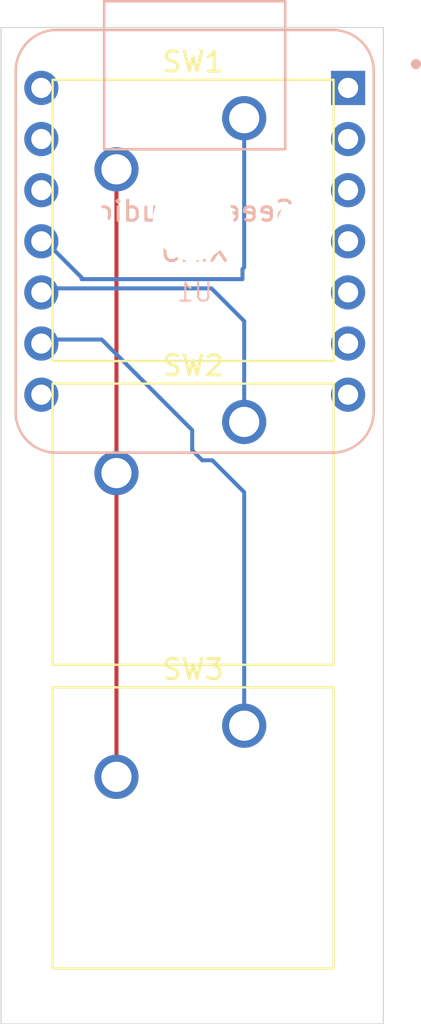
<source format=kicad_pcb>
(kicad_pcb (version 20240108) (generator "pcbnew") (generator_version "8.0")
  (layers (0 "F.Cu" signal) (31 "B.Cu" signal) (34 "B.Paste" user) (35 "F.Paste" user) (36 "B.SilkS" user "B.Silkscreen") (37 "F.SilkS" user "F.Silkscreen") (38 "B.Mask" user) (39 "F.Mask" user) (44 "Edge.Cuts" user))
  (net 0 "")
  (net 1 "Net-(U1-PA6_A10_D10_MOSI)")
  (net 2 "GND")
  (net 3 "Net-(U1-PA5_A9_D9_MISO)")
  (net 4 "Net-(U1-PA7_A8_D8_SCK)")
  (footprint "Button_Switch_Keyboard:SW_Cherry_MX_1.00u_PCB" (layer "F.Cu") (at 115.085 56.005)
    (property "Reference" "SW1" (at -2.54 -2.794 0) (layer "F.SilkS"))
    (property "Value" "SW_Push")
    (fp_line (start -9.525 -1.905) (end 4.445 -1.905) (stroke (width 0.12)) (layer "F.SilkS"))
    (fp_line (start -9.525 12.065) (end -9.525 -1.905) (stroke (width 0.12)) (layer "F.SilkS"))
    (fp_line (start 4.445 -1.905) (end 4.445 12.065) (stroke (width 0.12)) (layer "F.SilkS"))
    (fp_line (start 4.445 12.065) (end -9.525 12.065) (stroke (width 0.12)) (layer "F.SilkS"))
    (pad "" np_thru_hole circle (at -7.62 5.08) (size 1.7 1.7) (drill 1.7) (layers "*.Cu" "*.Mask"))
    (pad "" np_thru_hole circle (at -2.54 5.08) (size 4 4) (drill 4) (layers "*.Cu" "*.Mask"))
    (pad "" np_thru_hole circle (at 2.54 5.08) (size 1.7 1.7) (drill 1.7) (layers "*.Cu" "*.Mask"))
    (pad "1" thru_hole circle (at 0 0) (size 2.2 2.2) (drill 1.5) (layers "*.Cu" "*.Mask") (net 1 "Net-(U1-PA6_A10_D10_MOSI)"))
    (pad "2" thru_hole circle (at -6.35 2.54) (size 2.2 2.2) (drill 1.5) (layers "*.Cu" "*.Mask") (net 2 "GND"))
  )
  (footprint "Button_Switch_Keyboard:SW_Cherry_MX_1.00u_PCB" (layer "F.Cu") (at 115.085 71.095)
    (property "Reference" "SW2" (at -2.54 -2.794 0) (layer "F.SilkS"))
    (property "Value" "SW_Push")
    (fp_line (start -9.525 -1.905) (end 4.445 -1.905) (stroke (width 0.12)) (layer "F.SilkS"))
    (fp_line (start -9.525 12.065) (end -9.525 -1.905) (stroke (width 0.12)) (layer "F.SilkS"))
    (fp_line (start 4.445 -1.905) (end 4.445 12.065) (stroke (width 0.12)) (layer "F.SilkS"))
    (fp_line (start 4.445 12.065) (end -9.525 12.065) (stroke (width 0.12)) (layer "F.SilkS"))
    (pad "" np_thru_hole circle (at -7.62 5.08) (size 1.7 1.7) (drill 1.7) (layers "*.Cu" "*.Mask"))
    (pad "" np_thru_hole circle (at -2.54 5.08) (size 4 4) (drill 4) (layers "*.Cu" "*.Mask"))
    (pad "" np_thru_hole circle (at 2.54 5.08) (size 1.7 1.7) (drill 1.7) (layers "*.Cu" "*.Mask"))
    (pad "1" thru_hole circle (at 0 0) (size 2.2 2.2) (drill 1.5) (layers "*.Cu" "*.Mask") (net 3 "Net-(U1-PA5_A9_D9_MISO)"))
    (pad "2" thru_hole circle (at -6.35 2.54) (size 2.2 2.2) (drill 1.5) (layers "*.Cu" "*.Mask") (net 2 "GND"))
  )
  (footprint "Button_Switch_Keyboard:SW_Cherry_MX_1.00u_PCB" (layer "F.Cu") (at 115.085 86.185)
    (property "Reference" "SW3" (at -2.54 -2.794 0) (layer "F.SilkS"))
    (property "Value" "SW_Push")
    (fp_line (start -9.525 -1.905) (end 4.445 -1.905) (stroke (width 0.12)) (layer "F.SilkS"))
    (fp_line (start -9.525 12.065) (end -9.525 -1.905) (stroke (width 0.12)) (layer "F.SilkS"))
    (fp_line (start 4.445 -1.905) (end 4.445 12.065) (stroke (width 0.12)) (layer "F.SilkS"))
    (fp_line (start 4.445 12.065) (end -9.525 12.065) (stroke (width 0.12)) (layer "F.SilkS"))
    (pad "" np_thru_hole circle (at -7.62 5.08) (size 1.7 1.7) (drill 1.7) (layers "*.Cu" "*.Mask"))
    (pad "" np_thru_hole circle (at -2.54 5.08) (size 4 4) (drill 4) (layers "*.Cu" "*.Mask"))
    (pad "" np_thru_hole circle (at 2.54 5.08) (size 1.7 1.7) (drill 1.7) (layers "*.Cu" "*.Mask"))
    (pad "1" thru_hole circle (at 0 0) (size 2.2 2.2) (drill 1.5) (layers "*.Cu" "*.Mask") (net 4 "Net-(U1-PA7_A8_D8_SCK)"))
    (pad "2" thru_hole circle (at -6.35 2.54) (size 2.2 2.2) (drill 1.5) (layers "*.Cu" "*.Mask") (net 2 "GND"))
  )
  (footprint "Seeed Studio XIAO Series Library:XIAO-Generic-Thruhole-14P-2.54-21X17.8MM" (layer "B.Cu") (at 112.625 62.12 180)
    (property "Reference" "U1" (at 0 -2.54 0) (layer "B.SilkS") (effects (font (size 0.889 0.889) (thickness 0.1016)) (justify mirror)))
    (property "Value" "Seeed Studio XIAO SAMD21" (hide yes))
    (fp_line (start 8.9 8.5) (end 8.9 -8.5) (stroke (width 0.127)) (layer "B.SilkS"))
    (fp_line (start 6.9 -10.5) (end -6.9 -10.5) (stroke (width 0.127)) (layer "B.SilkS"))
    (fp_line (start 4.5 11.92403) (end -4.5 11.92403) (stroke (width 0.127)) (layer "B.SilkS"))
    (fp_line (start 4.5 4.57073) (end 4.5 11.92403) (stroke (width 0.127)) (layer "B.SilkS"))
    (fp_line (start -4.5 11.92403) (end -4.5 4.57073) (stroke (width 0.127)) (layer "B.SilkS"))
    (fp_line (start -4.5 4.57073) (end 4.5 4.57073) (stroke (width 0.127)) (layer "B.SilkS"))
    (fp_line (start -6.9 10.49909) (end 6.9 10.49909) (stroke (width 0.127)) (layer "B.SilkS"))
    (fp_line (start -8.9 -8.5) (end -8.9 8.5) (stroke (width 0.127)) (layer "B.SilkS"))
    (fp_arc (start 8.9 8.5) (mid 8.301492 9.901492) (end 6.9 10.5) (stroke (width 0.12)) (layer "B.SilkS"))
    (fp_arc (start 6.9 -10.5) (mid 8.314214 -9.914214) (end 8.9 -8.5) (stroke (width 0.12)) (layer "B.SilkS"))
    (fp_arc (start -6.9 10.5) (mid -8.301491 9.901491) (end -8.9 8.5) (stroke (width 0.12)) (layer "B.SilkS"))
    (fp_arc (start -8.9 -8.5) (mid -8.301423 -9.901423) (end -6.9 -10.5) (stroke (width 0.12)) (layer "B.SilkS"))
    (fp_circle (center -11 8.8) (end -11 9.054) (fill solid) (layer "B.SilkS"))
    (fp_poly (pts (xy -8.887715 8.561705) (xy -8.884667 8.610473) (xy -8.880603 8.659494)) (stroke (width 0.0254)) (fill none) (layer "B.SilkS"))
    (fp_poly (pts (xy 8.889492 -8.521574) (xy 8.887713 -8.57085) (xy 8.884665 -8.619618) (xy 8.880601 -8.668639) (xy 8.875268 -8.717407) (xy 8.868664 -8.766175) (xy 8.861044 -8.81469) (xy 8.852153 -8.86295) (xy 8.842248 -8.910955)) (stroke (width 0.0254)) (fill none) (layer "B.SilkS"))
    (fp_text user "Seeed Studio" (at 0 1.5 0) (layer "B.SilkS") (effects (justify mirror)))
    (fp_text user "XIAO" (at 0 -0.5 0) (layer "B.SilkS") (effects (justify mirror)))
    (pad "1" thru_hole rect (at -7.625 7.62 180) (size 1.7 1.7) (drill 1) (layers "*.Cu" "*.Mask"))
    (pad "2" thru_hole circle (at -7.625 5.08 180) (size 1.7 1.7) (drill 1) (layers "*.Cu" "*.Mask"))
    (pad "3" thru_hole circle (at -7.625 2.54 180) (size 1.7 1.7) (drill 1) (layers "*.Cu" "*.Mask"))
    (pad "4" thru_hole circle (at -7.625 0 180) (size 1.7 1.7) (drill 1) (layers "*.Cu" "*.Mask"))
    (pad "5" thru_hole circle (at -7.625 -2.54 180) (size 1.7 1.7) (drill 1) (layers "*.Cu" "*.Mask"))
    (pad "6" thru_hole circle (at -7.625 -5.08) (size 1.7 1.7) (drill 1) (layers "*.Cu" "*.Mask"))
    (pad "7" thru_hole circle (at -7.625 -7.62 180) (size 1.7 1.7) (drill 1) (layers "*.Cu" "*.Mask"))
    (pad "8" thru_hole circle (at 7.625 -7.62 180) (size 1.7 1.7) (drill 1) (layers "*.Cu" "*.Mask"))
    (pad "9" thru_hole circle (at 7.625 -5.08 180) (size 1.7 1.7) (drill 1) (layers "*.Cu" "*.Mask") (net 4 "Net-(U1-PA7_A8_D8_SCK)"))
    (pad "10" thru_hole circle (at 7.625 -2.54 180) (size 1.7 1.7) (drill 1) (layers "*.Cu" "*.Mask") (net 3 "Net-(U1-PA5_A9_D9_MISO)"))
    (pad "11" thru_hole circle (at 7.625 0 180) (size 1.7 1.7) (drill 1) (layers "*.Cu" "*.Mask") (net 1 "Net-(U1-PA6_A10_D10_MOSI)"))
    (pad "12" thru_hole circle (at 7.625 2.54 180) (size 1.7 1.7) (drill 1) (layers "*.Cu" "*.Mask"))
    (pad "13" thru_hole circle (at 7.625 5.08 180) (size 1.7 1.7) (drill 1) (layers "*.Cu" "*.Mask") (net 2 "GND"))
    (pad "14" thru_hole circle (at 7.625 7.62 180) (size 1.7 1.7) (drill 1) (layers "*.Cu" "*.Mask"))
  )
  (gr_rect (start 103 51.5) (end 122 101) (stroke (width 0.05)) (fill none) (layer "Edge.Cuts"))
  (segment (start 107 63.92) (end 107 64) (width 0.2) (layer "B.Cu") (net 1))
  (segment (start 107 64) (end 115 64) (width 0.2) (layer "B.Cu") (net 1))
  (segment (start 105 61.92) (end 107 63.92) (width 0.2) (layer "B.Cu") (net 1))
  (segment (start 115.085 63.415) (end 115.085 56.005) (width 0.2) (layer "B.Cu") (net 1))
  (segment (start 115 63.5) (end 115.085 63.415) (width 0.2) (layer "B.Cu") (net 1))
  (segment (start 115 64) (end 115 63.5) (width 0.2) (layer "B.Cu") (net 1))
  (segment (start 108.735 73.635) (end 108.735 58.545) (width 0.2) (layer "F.Cu") (net 2))
  (segment (start 108.735 88.725) (end 108.735 73.635) (width 0.2) (layer "F.Cu") (net 2))
  (segment (start 105 64.46) (end 113.46 64.46) (width 0.2) (layer "B.Cu") (net 3))
  (segment (start 113.46 64.46) (end 115.085 66.085) (width 0.2) (layer "B.Cu") (net 3))
  (segment (start 115.085 66.085) (end 115.085 71.095) (width 0.2) (layer "B.Cu") (net 3))
  (segment (start 105 67) (end 108 67) (width 0.2) (layer "B.Cu") (net 4))
  (segment (start 108 67) (end 112.5 71.5) (width 0.2) (layer "B.Cu") (net 4))
  (segment (start 112.5 71.5) (end 112.5 72.5) (width 0.2) (layer "B.Cu") (net 4))
  (segment (start 113 73) (end 113.5 73) (width 0.2) (layer "B.Cu") (net 4))
  (segment (start 113.5 73) (end 115.085 74.585) (width 0.2) (layer "B.Cu") (net 4))
  (segment (start 115.085 74.585) (end 115.085 86.185) (width 0.2) (layer "B.Cu") (net 4))
  (segment (start 112.5 72.5) (end 113 73) (width 0.2) (layer "B.Cu") (net 4))
)
</source>
